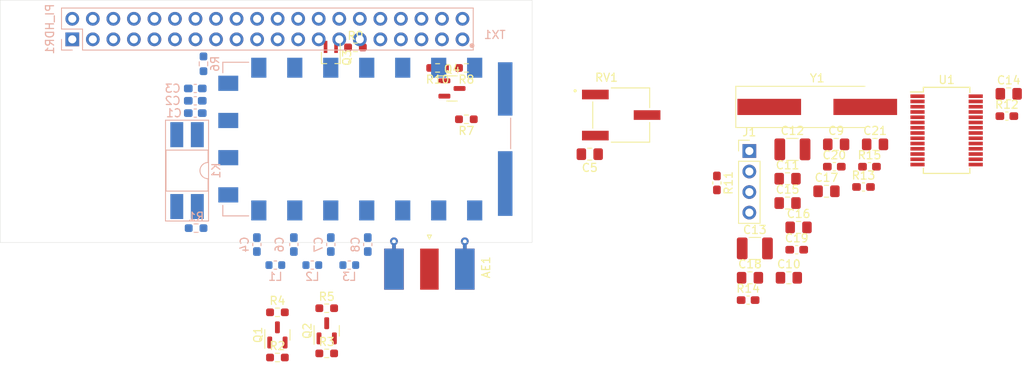
<source format=kicad_pcb>
(kicad_pcb (version 20211014) (generator pcbnew)
  (layers (0 "F.Cu" power "Front") (1 "In1.Cu" signal) (2 "In2.Cu" signal) (31 "B.Cu" power "Back") (34 "B.Paste" user) (35 "F.Paste" user) (36 "B.SilkS" user "B.Silkscreen") (37 "F.SilkS" user "F.Silkscreen") (38 "B.Mask" user) (39 "F.Mask" user) (44 "Edge.Cuts" user))
  (net 0 "")
  (net 1 "/SA868/RF_OUT_FILTERED")
  (net 2 "GND")
  (net 3 "5VC")
  (net 4 "/SA868/RF OUT")
  (net 5 "Net-(C5-Pad1)")
  (net 6 "/SA868/A_IN Filtered")
  (net 7 "Net-(C6-Pad1)")
  (net 8 "Net-(C7-Pad1)")
  (net 9 "Net-(C9-Pad1)")
  (net 10 "Net-(C10-Pad1)")
  (net 11 "/Sound Card/IN_Left")
  (net 12 "Net-(C11-Pad1)")
  (net 13 "/SA868/A_OUT")
  (net 14 "Net-(C12-Pad1)")
  (net 15 "Net-(C13-Pad1)")
  (net 16 "Net-(C14-Pad1)")
  (net 17 "Net-(C15-Pad1)")
  (net 18 "/Sound Card/OUT_Left")
  (net 19 "Net-(C16-Pad1)")
  (net 20 "/SA868/A_IN")
  (net 21 "Net-(C17-Pad1)")
  (net 22 "Net-(C18-Pad1)")
  (net 23 "Net-(C19-Pad1)")
  (net 24 "Net-(C20-Pad1)")
  (net 25 "Net-(C21-Pad1)")
  (net 26 "/Sound Card/V_BUS")
  (net 27 "/Sound Card/D-")
  (net 28 "/Sound Card/D+")
  (net 29 "Net-(K1-Pad1)")
  (net 30 "+5V")
  (net 31 "+3V3")
  (net 35 "/SA868/Radio UART RX")
  (net 36 "/SA868/Radio UART TX")
  (net 41 "/SA868/GPIO SQ")
  (net 42 "/SA868/GPIO PTT")
  (net 45 "/SA868/GPIO PWR_CTRL")
  (net 60 "+3.3V")
  (net 61 "/SA868/TXD 5V")
  (net 62 "/SA868/RXD 5V")
  (net 63 "Net-(Q3-Pad1)")
  (net 64 "/SA868/PTT")
  (net 65 "Net-(Q4-Pad1)")
  (net 66 "/SA868/PD")
  (net 67 "/SA868/SQ")
  (net 68 "Net-(R14-Pad2)")
  (net 76 "Net-(R13-Pad2)")
  (footprint "Capacitor_SMD:C_0805_2012Metric_Pad1.18x1.45mm_HandSolder" (layer "F.Cu") (at 155.703 43.235)
    (fp_text reference "C21" (at 0 -1.68) (layer "F.SilkS"))
    (fp_text value "1uF")
    (fp_line (start -0.261252 -0.735) (end 0.261252 -0.735) (layer "F.SilkS") (width 0.12))
    (fp_line (start -0.261252 0.735) (end 0.261252 0.735) (layer "F.SilkS") (width 0.12))
    (pad "1" smd roundrect (at -1.0375 0) (size 1.175 1.45) (layers "F.Cu" "F.Paste" "F.Mask") (roundrect_rratio 0.212766) (net 25 "Net-(C21-Pad1)"))
    (pad "2" smd roundrect (at 1.0375 0) (size 1.175 1.45) (layers "F.Cu" "F.Paste" "F.Mask") (roundrect_rratio 0.212766) (net 2 "GND"))
  )
  (footprint "Resistor_SMD:R_0603_1608Metric_Pad0.98x0.95mm_HandSolder" (layer "F.Cu") (at 105.156 40.132 180)
    (fp_text reference "R7" (at 0 -1.43) (layer "F.SilkS"))
    (fp_text value "100K")
    (fp_line (start -0.254724 0.5225) (end 0.254724 0.5225) (layer "F.SilkS") (width 0.12))
    (fp_line (start -0.254724 -0.5225) (end 0.254724 -0.5225) (layer "F.SilkS") (width 0.12))
    (pad "1" smd roundrect (at -0.9125 0 180) (size 0.975 0.95) (layers "F.Cu" "F.Paste" "F.Mask") (net 67 "/SA868/SQ"))
    (pad "2" smd roundrect (at 0.9125 0 180) (size 0.975 0.95) (layers "F.Cu" "F.Paste" "F.Mask") (net 65 "Net-(Q4-Pad1)"))
  )
  (footprint "Resistor_SMD:R_0603_1608Metric_Pad0.98x0.95mm_HandSolder" (layer "F.Cu") (at 101.6 33.782 180)
    (fp_text reference "R10" (at 0 -1.43) (layer "F.SilkS"))
    (fp_text value "1K")
    (fp_line (start -0.254724 -0.5225) (end 0.254724 -0.5225) (layer "F.SilkS") (width 0.12))
    (fp_line (start -0.254724 0.5225) (end 0.254724 0.5225) (layer "F.SilkS") (width 0.12))
    (pad "1" smd roundrect (at -0.9125 0 180) (size 0.975 0.95) (layers "F.Cu" "F.Paste" "F.Mask") (net 60 "+3.3V"))
    (pad "2" smd roundrect (at 0.9125 0 180) (size 0.975 0.95) (layers "F.Cu" "F.Paste" "F.Mask") (net 41 "/SA868/GPIO SQ"))
  )
  (footprint "Package_SO:SSOP-28_5.3x10.2mm_P0.65mm" (layer "F.Cu") (at 164.553 41.505)
    (fp_text reference "U1" (at 0 -6.25) (layer "F.SilkS"))
    (fp_text value "PCM2902C")
    (fp_line (start 2.875 5.325) (end 2.875 4.675) (layer "F.SilkS") (width 0.15))
    (fp_line (start -2.875 5.325) (end 2.875 5.325) (layer "F.SilkS") (width 0.15))
    (fp_line (start -2.875 -4.75) (end -4.475 -4.75) (layer "F.SilkS") (width 0.15))
    (fp_line (start -2.875 5.325) (end -2.875 4.675) (layer "F.SilkS") (width 0.15))
    (fp_line (start -2.875 -5.325) (end -2.875 -4.75) (layer "F.SilkS") (width 0.15))
    (fp_line (start -2.875 -5.325) (end 2.875 -5.325) (layer "F.SilkS") (width 0.15))
    (fp_line (start 2.875 -5.325) (end 2.875 -4.675) (layer "F.SilkS") (width 0.15))
    (pad "1" smd rect (at -3.6 -4.225) (size 1.75 0.45) (layers "F.Cu" "F.Paste" "F.Mask") (net 76 "Net-(R13-Pad2)"))
    (pad "2" smd rect (at -3.6 -3.575) (size 1.75 0.45) (layers "F.Cu" "F.Paste" "F.Mask") (net 68 "Net-(R14-Pad2)"))
    (pad "3" smd rect (at -3.6 -2.925) (size 1.75 0.45) (layers "F.Cu" "F.Paste" "F.Mask") (net 9 "Net-(C9-Pad1)"))
    (pad "4" smd rect (at -3.6 -2.275) (size 1.75 0.45) (layers "F.Cu" "F.Paste" "F.Mask") (net 2 "GND"))
    (pad "5" smd rect (at -3.6 -1.625) (size 1.75 0.45) (layers "F.Cu" "F.Paste" "F.Mask"))
    (pad "6" smd rect (at -3.6 -0.975) (size 1.75 0.45) (layers "F.Cu" "F.Paste" "F.Mask"))
    (pad "7" smd rect (at -3.6 -0.325) (size 1.75 0.45) (layers "F.Cu" "F.Paste" "F.Mask"))
    (pad "8" smd rect (at -3.6 0.325) (size 1.75 0.45) (layers "F.Cu" "F.Paste" "F.Mask") (net 21 "Net-(C17-Pad1)"))
    (pad "9" smd rect (at -3.6 0.975) (size 1.75 0.45) (layers "F.Cu" "F.Paste" "F.Mask") (net 21 "Net-(C17-Pad1)"))
    (pad "10" smd rect (at -3.6 1.625) (size 1.75 0.45) (layers "F.Cu" "F.Paste" "F.Mask") (net 14 "Net-(C12-Pad1)"))
    (pad "11" smd rect (at -3.6 2.275) (size 1.75 0.45) (layers "F.Cu" "F.Paste" "F.Mask") (net 2 "GND"))
    (pad "12" smd rect (at -3.6 2.925) (size 1.75 0.45) (layers "F.Cu" "F.Paste" "F.Mask") (net 10 "Net-(C10-Pad1)"))
    (pad "13" smd rect (at -3.6 3.575) (size 1.75 0.45) (layers "F.Cu" "F.Paste" "F.Mask") (net 12 "Net-(C11-Pad1)"))
    (pad "14" smd rect (at -3.6 4.225) (size 1.75 0.45) (layers "F.Cu" "F.Paste" "F.Mask") (net 15 "Net-(C13-Pad1)"))
    (pad "15" smd rect (at 3.6 4.225) (size 1.75 0.45) (layers "F.Cu" "F.Paste" "F.Mask") (net 19 "Net-(C16-Pad1)"))
    (pad "16" smd rect (at 3.6 3.575) (size 1.75 0.45) (layers "F.Cu" "F.Paste" "F.Mask") (net 17 "Net-(C15-Pad1)"))
    (pad "17" smd rect (at 3.6 2.925) (size 1.75 0.45) (layers "F.Cu" "F.Paste" "F.Mask") (net 16 "Net-(C14-Pad1)"))
    (pad "18" smd rect (at 3.6 2.275) (size 1.75 0.45) (layers "F.Cu" "F.Paste" "F.Mask") (net 2 "GND"))
    (pad "19" smd rect (at 3.6 1.625) (size 1.75 0.45) (layers "F.Cu" "F.Paste" "F.Mask") (net 25 "Net-(C21-Pad1)"))
    (pad "20" smd rect (at 3.6 0.975) (size 1.75 0.45) (layers "F.Cu" "F.Paste" "F.Mask") (net 24 "Net-(C20-Pad1)"))
    (pad "21" smd rect (at 3.6 0.325) (size 1.75 0.45) (layers "F.Cu" "F.Paste" "F.Mask") (net 23 "Net-(C19-Pad1)"))
    (pad "22" smd rect (at 3.6 -0.325) (size 1.75 0.45) (layers "F.Cu" "F.Paste" "F.Mask") (net 2 "GND"))
    (pad "23" smd rect (at 3.6 -0.975) (size 1.75 0.45) (layers "F.Cu" "F.Paste" "F.Mask") (net 22 "Net-(C18-Pad1)"))
    (pad "24" smd rect (at 3.6 -1.625) (size 1.75 0.45) (layers "F.Cu" "F.Paste" "F.Mask"))
    (pad "25" smd rect (at 3.6 -2.275) (size 1.75 0.45) (layers "F.Cu" "F.Paste" "F.Mask"))
    (pad "26" smd rect (at 3.6 -2.925) (size 1.75 0.45) (layers "F.Cu" "F.Paste" "F.Mask") (net 2 "GND"))
    (pad "27" smd rect (at 3.6 -3.575) (size 1.75 0.45) (layers "F.Cu" "F.Paste" "F.Mask") (net 21 "Net-(C17-Pad1)"))
    (pad "28" smd rect (at 3.6 -4.225) (size 1.75 0.45) (layers "F.Cu" "F.Paste" "F.Mask"))
  )
  (footprint "Resistor_SMD:R_0603_1608Metric_Pad0.98x0.95mm_HandSolder" (layer "F.Cu") (at 105.156 33.782 180)
    (fp_text reference "R8" (at 0 -1.43) (layer "F.SilkS"))
    (fp_text value "10k")
    (fp_line (start -0.254724 0.5225) (end 0.254724 0.5225) (layer "F.SilkS") (width 0.12))
    (fp_line (start -0.254724 -0.5225) (end 0.254724 -0.5225) (layer "F.SilkS") (width 0.12))
    (pad "1" smd roundrect (at -0.9125 0 180) (size 0.975 0.95) (layers "F.Cu" "F.Paste" "F.Mask") (net 42 "/SA868/GPIO PTT"))
    (pad "2" smd roundrect (at 0.9125 0 180) (size 0.975 0.95) (layers "F.Cu" "F.Paste" "F.Mask") (net 63 "Net-(Q3-Pad1)"))
  )
  (footprint "Resistor_SMD:R_0603_1608Metric_Pad0.98x0.95mm_HandSolder" (layer "F.Cu") (at 87.884 69.088)
    (fp_text reference "R3" (at 0 -1.43) (layer "F.SilkS"))
    (fp_text value "10k")
    (fp_line (start -0.254724 0.5225) (end 0.254724 0.5225) (layer "F.SilkS") (width 0.12))
    (fp_line (start -0.254724 -0.5225) (end 0.254724 -0.5225) (layer "F.SilkS") (width 0.12))
    (pad "1" smd roundrect (at -0.9125 0) (size 0.975 0.95) (layers "F.Cu" "F.Paste" "F.Mask") (net 60 "+3.3V"))
    (pad "2" smd roundrect (at 0.9125 0) (size 0.975 0.95) (layers "F.Cu" "F.Paste" "F.Mask") (net 35 "/SA868/Radio UART RX"))
  )
  (footprint "GFC-Footprints:TRIM_3361P-1-104GLF" (layer "F.Cu") (at 124.308 39.61)
    (fp_text reference "RV1" (at -1.825 -4.635) (layer "F.SilkS"))
    (fp_text value "100k")
    (fp_line (start 3.52 3.355) (end -1.23 3.355) (layer "F.SilkS") (width 0.127))
    (fp_line (start 3.52 0.915) (end 3.52 3.355) (layer "F.SilkS") (width 0.127))
    (fp_line (start 3.52 -3.355) (end -1.23 -3.355) (layer "F.SilkS") (width 0.127))
    (fp_line (start 3.52 -0.915) (end 3.52 -3.355) (layer "F.SilkS") (width 0.127))
    (fp_line (start -3.52 -1.625) (end -3.52 1.625) (layer "F.SilkS") (width 0.127))
    (fp_circle (center -5.7 -3) (end -5.6 -3) (layer "F.SilkS") (width 0.2) (fill none))
    (pad "1" smd rect (at -3.2 -2.54) (size 3.3 1.19) (layers "F.Cu" "F.Paste" "F.Mask") (net 2 "GND"))
    (pad "2" smd rect (at 3.2 0) (size 3.3 1.19) (layers "F.Cu" "F.Paste" "F.Mask") (net 20 "/SA868/A_IN"))
    (pad "3" smd rect (at -3.2 2.54) (size 3.3 1.19) (layers "F.Cu" "F.Paste" "F.Mask") (net 5 "Net-(C5-Pad1)"))
  )
  (footprint "Connector_Coaxial:SMA_Molex_73251-1153_EdgeMount_Horizontal" (layer "F.Cu") (at 100.584 56.948 90)
    (fp_text reference "AE1" (at -1.5 7 90) (layer "F.SilkS"))
    (fp_text value "Antenna_Shield")
    (fp_line (start 2.5 0.25) (end 2 0) (layer "F.SilkS") (width 0.12))
    (fp_line (start 2 0) (end 2.5 -0.25) (layer "F.SilkS") (width 0.12))
    (fp_line (start 2.5 -0.25) (end 2.5 0.25) (layer "F.SilkS") (width 0.12))
    (pad "1" smd rect (at -1.72 0 90) (size 5.08 2.29) (layers "F.Cu" "F.Paste" "F.Mask") (net 1 "/SA868/RF_OUT_FILTERED"))
    (pad "2" smd rect (at -1.72 -4.38 90) (size 5.08 2.42) (layers "F.Cu" "F.Paste" "F.Mask") (net 2 "GND"))
    (pad "2" smd rect (at 1.27 4.38 90) (size 0.95 0.46) (layers "B.Cu") (net 2 "GND"))
    (pad "2" smd rect (at 1.27 -4.38 90) (size 0.95 0.46) (layers "B.Cu") (net 2 "GND"))
    (pad "2" smd rect (at 1.27 4.38 90) (size 0.95 0.46) (layers "F.Cu") (net 2 "GND"))
    (pad "2" thru_hole circle (at 1.72 4.38 90) (size 0.97 0.97) (drill 0.46) (layers *.Cu) (net 2 "GND"))
    (pad "2" smd rect (at -1.72 -4.38 90) (size 5.08 2.42) (layers "B.Cu" "B.Paste" "B.Mask") (net 2 "GND"))
    (pad "2" smd rect (at -1.72 4.38 90) (size 5.08 2.42) (layers "F.Cu" "F.Paste" "F.Mask") (net 2 "GND"))
    (pad "2" thru_hole circle (at 1.72 -4.38 90) (size 0.97 0.97) (drill 0.46) (layers *.Cu) (net 2 "GND"))
    (pad "2" smd rect (at 1.27 -4.38 90) (size 0.95 0.46) (layers "F.Cu") (net 2 "GND"))
    (pad "2" smd rect (at -1.72 4.38 90) (size 5.08 2.42) (layers "B.Cu" "B.Paste" "B.Mask") (net 2 "GND"))
  )
  (footprint "Capacitor_SMD:C_0805_2012Metric_Pad1.18x1.45mm_HandSolder" (layer "F.Cu") (at 144.883 47.485)
    (fp_text reference "C11" (at 0 -1.68) (layer "F.SilkS"))
    (fp_text value "1uF")
    (fp_line (start -0.261252 0.735) (end 0.261252 0.735) (layer "F.SilkS") (width 0.12))
    (fp_line (start -0.261252 -0.735) (end 0.261252 -0.735) (layer "F.SilkS") (width 0.12))
    (pad "1" smd roundrect (at -1.0375 0) (size 1.175 1.45) (layers "F.Cu" "F.Paste" "F.Mask") (roundrect_rratio 0.212766) (net 12 "Net-(C11-Pad1)"))
    (pad "2" smd roundrect (at 1.0375 0) (size 1.175 1.45) (layers "F.Cu" "F.Paste" "F.Mask") (roundrect_rratio 0.212766) (net 13 "/SA868/A_OUT"))
  )
  (footprint "Capacitor_SMD:C_0805_2012Metric_Pad1.18x1.45mm_HandSolder" (layer "F.Cu") (at 144.883 50.495)
    (fp_text reference "C15" (at 0 -1.68) (layer "F.SilkS"))
    (fp_text value "1uF")
    (fp_line (start -0.261252 -0.735) (end 0.261252 -0.735) (layer "F.SilkS") (width 0.12))
    (fp_line (start -0.261252 0.735) (end 0.261252 0.735) (layer "F.SilkS") (width 0.12))
    (pad "1" smd roundrect (at -1.0375 0) (size 1.175 1.45) (layers "F.Cu" "F.Paste" "F.Mask") (roundrect_rratio 0.212766) (net 17 "Net-(C15-Pad1)"))
    (pad "2" smd roundrect (at 1.0375 0) (size 1.175 1.45) (layers "F.Cu" "F.Paste" "F.Mask") (roundrect_rratio 0.212766) (net 18 "/Sound Card/OUT_Left"))
  )
  (footprint "Capacitor_SMD:C_0805_2012Metric_Pad1.18x1.45mm_HandSolder" (layer "F.Cu") (at 172.233 36.985)
    (fp_text reference "C14" (at 0 -1.68) (layer "F.SilkS"))
    (fp_text value "1uF")
    (fp_line (start -0.261252 0.735) (end 0.261252 0.735) (layer "F.SilkS") (width 0.12))
    (fp_line (start -0.261252 -0.735) (end 0.261252 -0.735) (layer "F.SilkS") (width 0.12))
    (pad "1" smd roundrect (at -1.0375 0) (size 1.175 1.45) (layers "F.Cu" "F.Paste" "F.Mask") (roundrect_rratio 0.212766) (net 16 "Net-(C14-Pad1)"))
    (pad "2" smd roundrect (at 1.0375 0) (size 1.175 1.45) (layers "F.Cu" "F.Paste" "F.Mask") (roundrect_rratio 0.212766) (net 2 "GND"))
  )
  (footprint "Capacitor_SMD:C_0805_2012Metric_Pad1.18x1.45mm_HandSolder" (layer "F.Cu") (at 140.233 59.735)
    (fp_text reference "C18" (at 0 -1.68) (layer "F.SilkS"))
    (fp_text value "1uF")
    (fp_line (start -0.261252 0.735) (end 0.261252 0.735) (layer "F.SilkS") (width 0.12))
    (fp_line (start -0.261252 -0.735) (end 0.261252 -0.735) (layer "F.SilkS") (width 0.12))
    (pad "1" smd roundrect (at -1.0375 0) (size 1.175 1.45) (layers "F.Cu" "F.Paste" "F.Mask") (roundrect_rratio 0.212766) (net 22 "Net-(C18-Pad1)"))
    (pad "2" smd roundrect (at 1.0375 0) (size 1.175 1.45) (layers "F.Cu" "F.Paste" "F.Mask") (roundrect_rratio 0.212766) (net 2 "GND"))
  )
  (footprint "Resistor_SMD:R_0603_1608Metric_Pad0.98x0.95mm_HandSolder" (layer "F.Cu") (at 87.884 63.5)
    (fp_text reference "R5" (at 0 -1.43) (layer "F.SilkS"))
    (fp_text value "10k")
    (fp_line (start -0.254724 -0.5225) (end 0.254724 -0.5225) (layer "F.SilkS") (width 0.12))
    (fp_line (start -0.254724 0.5225) (end 0.254724 0.5225) (layer "F.SilkS") (width 0.12))
    (pad "1" smd roundrect (at -0.9125 0) (size 0.975 0.95) (layers "F.Cu" "F.Paste" "F.Mask") (net 3 "5VC"))
    (pad "2" smd roundrect (at 0.9125 0) (size 0.975 0.95) (layers "F.Cu" "F.Paste" "F.Mask") (net 62 "/SA868/RXD 5V"))
  )
  (footprint "Package_TO_SOT_SMD:SOT-23" (layer "F.Cu") (at 103.378 36.322)
    (fp_text reference "Q4" (at 0 -2.4) (layer "F.SilkS"))
    (fp_text value "Q_NPN_BCE")
    (fp_line (start 0 -1.56) (end 0.65 -1.56) (layer "F.SilkS") (width 0.12))
    (fp_line (start 0 1.56) (end -0.65 1.56) (layer "F.SilkS") (width 0.12))
    (fp_line (start 0 1.56) (end 0.65 1.56) (layer "F.SilkS") (width 0.12))
    (fp_line (start 0 -1.56) (end -1.675 -1.56) (layer "F.SilkS") (width 0.12))
    (pad "1" smd roundrect (at -0.9375 -0.95) (size 1.475 0.6) (layers "F.Cu" "F.Paste" "F.Mask") (net 65 "Net-(Q4-Pad1)"))
    (pad "2" smd roundrect (at -0.9375 0.95) (size 1.475 0.6) (layers "F.Cu" "F.Paste" "F.Mask") (net 41 "/SA868/GPIO SQ"))
    (pad "3" smd roundrect (at 0.9375 0) (size 1.475 0.6) (layers "F.Cu" "F.Paste" "F.Mask") (net 2 "GND"))
  )
  (footprint "Resistor_SMD:R_0603_1608Metric_Pad0.98x0.95mm_HandSolder" (layer "F.Cu") (at 81.788 64.008)
    (fp_text reference "R4" (at 0 -1.43) (layer "F.SilkS"))
    (fp_text value "10k")
    (fp_line (start -0.254724 -0.5225) (end 0.254724 -0.5225) (layer "F.SilkS") (width 0.12))
    (fp_line (start -0.254724 0.5225) (end 0.254724 0.5225) (layer "F.SilkS") (width 0.12))
    (pad "1" smd roundrect (at -0.9125 0) (size 0.975 0.95) (layers "F.Cu" "F.Paste" "F.Mask") (net 3 "5VC"))
    (pad "2" smd roundrect (at 0.9125 0) (size 0.975 0.95) (layers "F.Cu" "F.Paste" "F.Mask") (net 61 "/SA868/TXD 5V"))
  )
  (footprint "Capacitor_SMD:C_0805_2012Metric_Pad1.18x1.45mm_HandSolder" (layer "F.Cu") (at 120.4175 44.45 180)
    (fp_text reference "C5" (at 0 -1.68) (layer "F.SilkS"))
    (fp_text value "1uF")
    (fp_line (start -0.261252 0.735) (end 0.261252 0.735) (layer "F.SilkS") (width 0.12))
    (fp_line (start -0.261252 -0.735) (end 0.261252 -0.735) (layer "F.SilkS") (width 0.12))
    (pad "1" smd roundrect (at -1.0375 0 180) (size 1.175 1.45) (layers "F.Cu" "F.Paste" "F.Mask") (roundrect_rratio 0.212766) (net 5 "Net-(C5-Pad1)"))
    (pad "2" smd roundrect (at 1.0375 0 180) (size 1.175 1.45) (layers "F.Cu" "F.Paste" "F.Mask") (roundrect_rratio 0.212766) (net 6 "/SA868/A_IN Filtered"))
  )
  (footprint "Package_TO_SOT_SMD:SOT-23" (layer "F.Cu") (at 87.884 66.294 90)
    (fp_text reference "Q2" (at 0 -2.4 90) (layer "F.SilkS"))
    (fp_text value "BSS138")
    (fp_line (start 0 -1.56) (end 0.65 -1.56) (layer "F.SilkS") (width 0.12))
    (fp_line (start 0 -1.56) (end -1.675 -1.56) (layer "F.SilkS") (width 0.12))
    (fp_line (start 0 1.56) (end -0.65 1.56) (layer "F.SilkS") (width 0.12))
    (fp_line (start 0 1.56) (end 0.65 1.56) (layer "F.SilkS") (width 0.12))
    (pad "1" smd roundrect (at -0.9375 -0.95 90) (size 1.475 0.6) (layers "F.Cu" "F.Paste" "F.Mask") (net 60 "+3.3V"))
    (pad "2" smd roundrect (at -0.9375 0.95 90) (size 1.475 0.6) (layers "F.Cu" "F.Paste" "F.Mask") (net 35 "/SA868/Radio UART RX"))
    (pad "3" smd roundrect (at 0.9375 0 90) (size 1.475 0.6) (layers "F.Cu" "F.Paste" "F.Mask") (net 62 "/SA868/RXD 5V"))
  )
  (footprint "Resistor_SMD:R_0603_1608Metric_Pad0.98x0.95mm_HandSolder" (layer "F.Cu") (at 81.788 69.596)
    (fp_text reference "R2" (at 0 -1.43) (layer "F.SilkS"))
    (fp_text value "10k")
    (fp_line (start -0.254724 0.5225) (end 0.254724 0.5225) (layer "F.SilkS") (width 0.12))
    (fp_line (start -0.254724 -0.5225) (end 0.254724 -0.5225) (layer "F.SilkS") (width 0.12))
    (pad "1" smd roundrect (at -0.9125 0) (size 0.975 0.95) (layers "F.Cu" "F.Paste" "F.Mask") (net 60 "+3.3V"))
    (pad "2" smd roundrect (at 0.9125 0) (size 0.975 0.95) (layers "F.Cu" "F.Paste" "F.Mask") (net 36 "/SA868/Radio UART TX"))
  )
  (footprint "Crystal:Crystal_SMD_HC49-SD_HandSoldering" (layer "F.Cu") (at 148.553 38.605)
    (fp_text reference "Y1" (at 0 -3.55) (layer "F.SilkS"))
    (fp_text value "12MHz")
    (fp_line (start -10.075 2.55) (end 5.9 2.55) (layer "F.SilkS") (width 0.12))
    (fp_line (start 5.9 -2.55) (end -10.075 -2.55) (layer "F.SilkS") (width 0.12))
    (fp_line (start -10.075 -2.55) (end -10.075 2.55) (layer "F.SilkS") (width 0.12))
    (pad "1" smd rect (at -5.9375 0) (size 7.875 2) (layers "F.Cu" "F.Paste" "F.Mask") (net 24 "Net-(C20-Pad1)"))
    (pad "2" smd rect (at 5.9375 0) (size 7.875 2) (layers "F.Cu" "F.Paste" "F.Mask") (net 23 "Net-(C19-Pad1)"))
  )
  (footprint "Capacitor_SMD:C_0603_1608Metric_Pad1.08x0.95mm_HandSolder" (layer "F.Cu") (at 150.663 45.995)
    (fp_text reference "C20" (at 0 -1.43) (layer "F.SilkS"))
    (fp_text value "10pF")
    (fp_line (start -0.146267 0.51) (end 0.146267 0.51) (layer "F.SilkS") (width 0.12))
    (fp_line (start -0.146267 -0.51) (end 0.146267 -0.51) (layer "F.SilkS") (width 0.12))
    (pad "1" smd roundrect (at -0.8625 0) (size 1.075 0.95) (layers "F.Cu" "F.Paste" "F.Mask") (net 24 "Net-(C20-Pad1)"))
    (pad "2" smd roundrect (at 0.8625 0) (size 1.075 0.95) (layers "F.Cu" "F.Paste" "F.Mask") (net 2 "GND"))
  )
  (footprint "Connector_PinHeader_2.54mm:PinHeader_1x04_P2.54mm_Vertical" (layer "F.Cu") (at 140.153 44.055)
    (fp_text reference "J1" (at 0 -2.33) (layer "F.SilkS"))
    (fp_text value "USB")
    (fp_line (start -1.33 1.27) (end 1.33 1.27) (layer "F.SilkS") (width 0.12))
    (fp_line (start -1.33 0) (end -1.33 -1.33) (layer "F.SilkS") (width 0.12))
    (fp_line (start 1.33 1.27) (end 1.33 8.95) (layer "F.SilkS") (width 0.12))
    (fp_line (start -1.33 1.27) (end -1.33 8.95) (layer "F.SilkS") (width 0.12))
    (fp_line (start -1.33 -1.33) (end 0 -1.33) (layer "F.SilkS") (width 0.12))
    (fp_line (start -1.33 8.95) (end 1.33 8.95) (layer "F.SilkS") (width 0.12))
    (pad "1" thru_hole rect (at 0 0) (size 1.7 1.7) (drill 1) (layers *.Cu *.Mask) (net 26 "/Sound Card/V_BUS"))
    (pad "2" thru_hole oval (at 0 2.54) (size 1.7 1.7) (drill 1) (layers *.Cu *.Mask) (net 27 "/Sound Card/D-"))
    (pad "3" thru_hole oval (at 0 5.08) (size 1.7 1.7) (drill 1) (layers *.Cu *.Mask) (net 28 "/Sound Card/D+"))
    (pad "4" thru_hole oval (at 0 7.62) (size 1.7 1.7) (drill 1) (layers *.Cu *.Mask) (net 2 "GND"))
  )
  (footprint "Capacitor_SMD:C_0805_2012Metric_Pad1.18x1.45mm_HandSolder" (layer "F.Cu") (at 146.243 53.505)
    (fp_text reference "C16" (at 0 -1.68) (layer "F.SilkS"))
    (fp_text value "1uF")
    (fp_line (start -0.261252 0.735) (end 0.261252 0.735) (layer "F.SilkS") (width 0.12))
    (fp_line (start -0.261252 -0.735) (end 0.261252 -0.735) (layer "F.SilkS") (width 0.12))
    (pad "1" smd roundrect (at -1.0375 0) (size 1.175 1.45) (layers "F.Cu" "F.Paste" "F.Mask") (roundrect_rratio 0.212766) (net 19 "Net-(C16-Pad1)"))
    (pad "2" smd roundrect (at 1.0375 0) (size 1.175 1.45) (layers "F.Cu" "F.Paste" "F.Mask") (roundrect_rratio 0.212766) (net 20 "/SA868/A_IN"))
  )
  (footprint "Capacitor_SMD:C_0603_1608Metric_Pad1.08x0.95mm_HandSolder" (layer "F.Cu") (at 146.013 56.265)
    (fp_text reference "C19" (at 0 -1.43) (layer "F.SilkS"))
    (fp_text value "10pF")
    (fp_line (start -0.146267 -0.51) (end 0.146267 -0.51) (layer "F.SilkS") (width 0.12))
    (fp_line (start -0.146267 0.51) (end 0.146267 0.51) (layer "F.SilkS") (width 0.12))
    (pad "1" smd roundrect (at -0.8625 0) (size 1.075 0.95) (layers "F.Cu" "F.Paste" "F.Mask") (net 23 "Net-(C19-Pad1)"))
    (pad "2" smd roundrect (at 0.8625 0) (size 1.075 0.95) (layers "F.Cu" "F.Paste" "F.Mask") (net 2 "GND"))
  )
  (footprint "Capacitor_SMD:C_0603_1608Metric_Pad1.08x0.95mm_HandSolder" (layer "F.Cu") (at 172.003 39.745)
    (fp_text reference "R12" (at 0 -1.43) (layer "F.SilkS"))
    (fp_text value "1.5k")
    (fp_line (start -0.146267 -0.51) (end 0.146267 -0.51) (layer "F.SilkS") (width 0.12))
    (fp_line (start -0.146267 0.51) (end 0.146267 0.51) (layer "F.SilkS") (width 0.12))
    (pad "1" smd roundrect (at -0.8625 0) (size 1.075 0.95) (layers "F.Cu" "F.Paste" "F.Mask") (net 21 "Net-(C17-Pad1)"))
    (pad "2" smd roundrect (at 0.8625 0) (size 1.075 0.95) (layers "F.Cu" "F.Paste" "F.Mask") (net 28 "/Sound Card/D+"))
  )
  (footprint "Capacitor_SMD:C_0805_2012Metric_Pad1.18x1.45mm_HandSolder" (layer "F.Cu") (at 149.693 49.035)
    (fp_text reference "C17" (at 0 -1.68) (layer "F.SilkS"))
    (fp_text value "1uF")
    (fp_line (start -0.261252 -0.735) (end 0.261252 -0.735) (layer "F.SilkS") (width 0.12))
    (fp_line (start -0.261252 0.735) (end 0.261252 0.735) (layer "F.SilkS") (width 0.12))
    (pad "1" smd roundrect (at -1.0375 0) (size 1.175 1.45) (layers "F.Cu" "F.Paste" "F.Mask") (roundrect_rratio 0.212766) (net 21 "Net-(C17-Pad1)"))
    (pad "2" smd roundrect (at 1.0375 0) (size 1.175 1.45) (layers "F.Cu" "F.Paste" "F.Mask") (roundrect_rratio 0.212766) (net 2 "GND"))
  )
  (footprint "Capacitor_SMD:C_0805_2012Metric_Pad1.18x1.45mm_HandSolder" (layer "F.Cu") (at 150.893 43.235)
    (fp_text reference "C9" (at 0 -1.68) (layer "F.SilkS"))
    (fp_text value "1uF")
    (fp_line (start -0.261252 -0.735) (end 0.261252 -0.735) (layer "F.SilkS") (width 0.12))
    (fp_line (start -0.261252 0.735) (end 0.261252 0.735) (layer "F.SilkS") (width 0.12))
    (pad "1" smd roundrect (at -1.0375 0) (size 1.175 1.45) (layers "F.Cu" "F.Paste" "F.Mask") (roundrect_rratio 0.212766) (net 9 "Net-(C9-Pad1)"))
    (pad "2" smd roundrect (at 1.0375 0) (size 1.175 1.45) (layers "F.Cu" "F.Paste" "F.Mask") (roundrect_rratio 0.212766) (net 2 "GND"))
  )
  (footprint "Capacitor_SMD:C_0603_1608Metric_Pad1.08x0.95mm_HandSolder" (layer "F.Cu") (at 154.273 48.505)
    (fp_text reference "R13" (at 0 -1.43) (layer "F.SilkS"))
    (fp_text value "22")
    (fp_line (start -0.146267 -0.51) (end 0.146267 -0.51) (layer "F.SilkS") (width 0.12))
    (fp_line (start -0.146267 0.51) (end 0.146267 0.51) (layer "F.SilkS") (width 0.12))
    (pad "1" smd roundrect (at -0.8625 0) (size 1.075 0.95) (layers "F.Cu" "F.Paste" "F.Mask") (net 28 "/Sound Card/D+"))
    (pad "2" smd roundrect (at 0.8625 0) (size 1.075 0.95) (layers "F.Cu" "F.Paste" "F.Mask") (net 76 "Net-(R13-Pad2)"))
  )
  (footprint "Capacitor_SMD:C_1210_3225Metric_Pad1.33x2.70mm_HandSolder" (layer "F.Cu") (at 140.833 56.105)
    (fp_text reference "C13" (at 0 -2.3) (layer "F.SilkS"))
    (fp_text value "10uF")
    (fp_line (start -0.711252 1.36) (end 0.711252 1.36) (layer "F.SilkS") (width 0.12))
    (fp_line (start -0.711252 -1.36) (end 0.711252 -1.36) (layer "F.SilkS") (width 0.12))
    (pad "1" smd roundrect (at -1.5625 0) (size 1.325 2.7) (layers "F.Cu" "F.Paste" "F.Mask") (roundrect_rratio 0.188679) (net 15 "Net-(C13-Pad1)"))
    (pad "2" smd roundrect (at 1.5625 0) (size 1.325 2.7) (layers "F.Cu" "F.Paste" "F.Mask") (roundrect_rratio 0.188679) (net 2 "GND"))
  )
  (footprint "Capacitor_SMD:C_0603_1608Metric_Pad1.08x0.95mm_HandSolder" (layer "F.Cu") (at 136.144 48.006 -90)
    (fp_text reference "R11" (at 0 -1.43 -90) (layer "F.SilkS"))
    (fp_text value "2.2")
    (fp_line (start -0.146267 0.51) (end 0.146267 0.51) (layer "F.SilkS") (width 0.12))
    (fp_line (start -0.146267 -0.51) (end 0.146267 -0.51) (layer "F.SilkS") (width 0.12))
    (pad "1" smd roundrect (at -0.8625 0 270) (size 1.075 0.95) (layers "F.Cu" "F.Paste" "F.Mask") (net 26 "/Sound Card/V_BUS"))
    (pad "2" smd roundrect (at 0.8625 0 270) (size 1.075 0.95) (layers "F.Cu" "F.Paste" "F.Mask") (net 9 "Net-(C9-Pad1)"))
  )
  (footprint "Capacitor_SMD:C_0805_2012Metric_Pad1.18x1.45mm_HandSolder" (layer "F.Cu") (at 145.043 59.735)
    (fp_text reference "C10" (at 0 -1.68) (layer "F.SilkS"))
    (fp_text value "1uF")
    (fp_line (start -0.261252 0.735) (end 0.261252 0.735) (layer "F.SilkS") (width 0.12))
    (fp_line (start -0.261252 -0.735) (end 0.261252 -0.735) (layer "F.SilkS") (width 0.12))
    (pad "1" smd roundrect (at -1.0375 0) (size 1.175 1.45) (layers "F.Cu" "F.Paste" "F.Mask") (roundrect_rratio 0.212766) (net 10 "Net-(C10-Pad1)"))
    (pad "2" smd roundrect (at 1.0375 0) (size 1.175 1.45) (layers "F.Cu" "F.Paste" "F.Mask") (roundrect_rratio 0.212766) (net 11 "/Sound Card/IN_Left"))
  )
  (footprint "Resistor_SMD:R_0603_1608Metric_Pad0.98x0.95mm_HandSolder" (layer "F.Cu") (at 91.44 31.242)
    (fp_text reference "R9" (at 0 -1.43) (layer "F.SilkS"))
    (fp_text value "56K")
    (fp_line (start -0.254724 0.5225) (end 0.254724 0.5225) (layer "F.SilkS") (width 0.12))
    (fp_line (start -0.254724 -0.5225) (end 0.254724 -0.5225) (layer "F.SilkS") (width 0.12))
    (pad "1" smd roundrect (at -0.9125 0) (size 0.975 0.95) (layers "F.Cu" "F.Paste" "F.Mask") (net 65 "Net-(Q4-Pad1)"))
    (pad "2" smd roundrect (at 0.9125 0) (size 0.975 0.95) (layers "F.Cu" "F.Paste" "F.Mask") (net 2 "GND"))
  )
  (footprint "Package_TO_SOT_SMD:SOT-23" (layer "F.Cu") (at 81.788 66.802 90)
    (fp_text reference "Q1" (at 0 -2.4 90) (layer "F.SilkS"))
    (fp_text value "BSS138")
    (fp_line (start 0 -1.56) (end -1.675 -1.56) (layer "F.SilkS") (width 0.12))
    (fp_line (start 0 1.56) (end 0.65 1.56) (layer "F.SilkS") (width 0.12))
    (fp_line (start 0 1.56) (end -0.65 1.56) (layer "F.SilkS") (width 0.12))
    (fp_line (start 0 -1.56) (end 0.65 -1.56) (layer "F.SilkS") (width 0.12))
    (pad "1" smd roundrect (at -0.9375 -0.95 90) (size 1.475 0.6) (layers "F.Cu" "F.Paste" "F.Mask") (net 60 "+3.3V"))
    (pad "2" smd roundrect (at -0.9375 0.95 90) (size 1.475 0.6) (layers "F.Cu" "F.Paste" "F.Mask") (net 36 "/SA868/Radio UART TX"))
    (pad "3" smd roundrect (at 0.9375 0 90) (size 1.475 0.6) (layers "F.Cu" "F.Paste" "F.Mask") (net 61 "/SA868/TXD 5V"))
  )
  (footprint "Package_TO_SOT_SMD:SOT-323_SC-70_Handsoldering" (layer "F.Cu") (at 88.392 32.512 -90)
    (fp_text reference "Q3" (at 0 -2 90) (layer "F.SilkS"))
    (fp_text value "DMN67D8LW-13")
    (fp_line (start 0.735 0.5) (end 0.735 1.16) (layer "F.SilkS") (width 0.12))
    (fp_line (start -0.675 1.16) (end 0.735 1.16) (layer "F.SilkS") (width 0.12))
    (fp_line (start 0.735 -1.16) (end -2 -1.16) (layer "F.SilkS") (width 0.12))
    (fp_line (start 0.735 -1.17) (end 0.735 -0.5) (layer "F.SilkS") (width 0.12))
    (pad "1" smd rect (at -1.33 -0.65 180) (size 0.45 1.5) (layers "F.Cu" "F.Paste" "F.Mask") (net 63 "Net-(Q3-Pad1)"))
    (pad "2" smd rect (at -1.33 0.65 180) (size 0.45 1.5) (layers "F.Cu" "F.Paste" "F.Mask") (net 2 "GND"))
    (pad "3" smd rect (at 1.33 0 180) (size 0.45 1.5) (layers "F.Cu" "F.Paste" "F.Mask") (net 64 "/SA868/PTT"))
  )
  (footprint "Capacitor_SMD:C_0603_1608Metric_Pad1.08x0.95mm_HandSolder" (layer "F.Cu") (at 140.003 62.495)
    (fp_text reference "R14" (at 0 -1.43) (layer "F.SilkS"))
    (fp_text value "22")
    (fp_line (start -0.146267 0.51) (end 0.146267 0.51) (layer "F.SilkS") (width 0.12))
    (fp_line (start -0.146267 -0.51) (end 0.146267 -0.51) (layer "F.SilkS") (width 0.12))
    (pad "1" smd roundrect (at -0.8625 0) (size 1.075 0.95) (layers "F.Cu" "F.Paste" "F.Mask") (net 27 "/Sound Card/D-"))
    (pad "2" smd roundrect (at 0.8625 0) (size 1.075 0.95) (layers "F.Cu" "F.Paste" "F.Mask") (net 68 "Net-(R14-Pad2)"))
  )
  (footprint "Capacitor_SMD:C_1210_3225Metric_Pad1.33x2.70mm_HandSolder" (layer "F.Cu") (at 145.483 43.855)
    (fp_text reference "C12" (at 0 -2.3) (layer "F.SilkS"))
    (fp_text value "10uF")
    (fp_line (start -0.711252 1.36) (end 0.711252 1.36) (layer "F.SilkS") (width 0.12))
    (fp_line (start -0.711252 -1.36) (end 0.711252 -1.36) (layer "F.SilkS") (width 0.12))
    (pad "1" smd roundrect (at -1.5625 0) (size 1.325 2.7) (layers "F.Cu" "F.Paste" "F.Mask") (roundrect_rratio 0.188679) (net 14 "Net-(C12-Pad1)"))
    (pad "2" smd roundrect (at 1.5625 0) (size 1.325 2.7) (layers "F.Cu" "F.Paste" "F.Mask") (roundrect_rratio 0.188679) (net 2 "GND"))
  )
  (footprint "Capacitor_SMD:C_0603_1608Metric_Pad1.08x0.95mm_HandSolder" (layer "F.Cu") (at 155.013 45.995)
    (fp_text reference "R15" (at 0 -1.43) (layer "F.SilkS"))
    (fp_text value "1M")
    (fp_line (start -0.146267 0.51) (end 0.146267 0.51) (layer "F.SilkS") (width 0.12))
    (fp_line (start -0.146267 -0.51) (end 0.146267 -0.51) (layer "F.SilkS") (width 0.12))
    (pad "1" smd roundrect (at -0.8625 0) (size 1.075 0.95) (layers "F.Cu" "F.Paste" "F.Mask") (net 24 "Net-(C20-Pad1)"))
    (pad "2" smd roundrect (at 0.8625 0) (size 1.075 0.95) (layers "F.Cu" "F.Paste" "F.Mask") (net 23 "Net-(C19-Pad1)"))
  )
  (footprint "Resistor_SMD:R_0603_1608Metric_Pad0.98x0.95mm_HandSolder" (layer "B.Cu") (at 72.644 33.274 90)
    (fp_text reference "R6" (at 0 1.43 90) (layer "B.SilkS") (effects (justify mirror)))
    (fp_text value "10K")
    (fp_line (start -0.254724 0.5225) (end 0.254724 0.5225) (layer "B.SilkS") (width 0.12))
    (fp_line (start -0.254724 -0.5225) (end 0.254724 -0.5225) (layer "B.SilkS") (width 0.12))
    (pad "1" smd roundrect (at -0.9125 0 90) (size 0.975 0.95) (layers "B.Cu" "B.Paste" "B.Mask") (net 3 "5VC"))
    (pad "2" smd roundrect (at 0.9125 0 90) (size 0.975 0.95) (layers "B.Cu" "B.Paste" "B.Mask") (net 66 "/SA868/PD"))
  )
  (footprint "Inductor_SMD:L_0603_1608Metric" (layer "B.Cu") (at 90.678 58.166)
    (fp_text reference "L3" (at 0 1.43) (layer "B.SilkS") (effects (justify mirror)))
    (fp_text value "56nH")
    (fp_line (start -0.162779 -0.51) (end 0.162779 -0.51) (layer "B.SilkS") (width 0.12))
    (fp_line (start -0.162779 0.51) (end 0.162779 0.51) (layer "B.SilkS") (width 0.12))
    (pad "1" smd roundrect (at -0.7875 0) (size 0.875 0.95) (layers "B.Cu" "B.Paste" "B.Mask") (net 8 "Net-(C7-Pad1)"))
    (pad "2" smd roundrect (at 0.7875 0) (size 0.875 0.95) (layers "B.Cu" "B.Paste" "B.Mask") (net 1 "/SA868/RF_OUT_FILTERED"))
  )
  (footprint "GFC-Footprints:DORJI_DRA818V" (layer "B.Cu") (at 92.835 42.5815 180)
    (fp_text reference "TX1" (at -15.83525 12.89331) (layer "B.SilkS") (effects (font (size 1.000646 1.000646)) (justify mirror)))
    (fp_text value "SA868")
    (fp_line (start 17.8 9.5) (end 17.8 8.2) (layer "B.SilkS") (width 0.127))
    (fp_line (start -17.8 2.6) (end -17.8 -1.2) (layer "B.SilkS") (width 0.127))
    (fp_line (start 17.8 -9.5) (end 14.6 -9.5) (layer "B.SilkS") (width 0.127))
    (fp_line (start 17.8 -8.2) (end 17.8 -9.5) (layer "B.SilkS") (width 0.127))
    (fp_line (start 14.6 9.5) (end 17.8 9.5) (layer "B.SilkS") (width 0.127))
    (fp_circle (center -13.02 11.56) (end -12.87 11.56) (layer "B.SilkS") (width 0.3) (fill none))
    (pad "1" smd rect (at -13.35 8.825 90) (size 2.47 1.88) (layers "B.Cu" "B.Paste" "B.Mask") (net 67 "/SA868/SQ"))
    (pad "2" smd rect (at -8.9 8.825 90) (size 2.47 1.88) (layers "B.Cu" "B.Paste" "B.Mask"))
    (pad "3" smd rect (at -4.45 8.825 90) (size 2.47 1.88) (layers "B.Cu" "B.Paste" "B.Mask") (net 13 "/SA868/A_OUT"))
    (pad "4" smd rect (at 0 8.825 90) (size 2.47 1.88) (layers "B.Cu" "B.Paste" "B.Mask"))
    (pad "5" smd rect (at 4.45 8.825 90) (size 2.47 1.88) (layers "B.Cu" "B.Paste" "B.Mask") (net 64 "/SA868/PTT"))
    (pad "6" smd rect (at 8.9 8.825 90) (size 2.47 1.88) (layers "B.Cu" "B.Paste" "B.Mask") (net 66 "/SA868/PD"))
    (pad "7" smd rect (at 13.35 8.825 90) (size 2.47 1.88) (layers "B.Cu" "B.Paste" "B.Mask"))
    (pad "8" smd rect (at 17.125 6.9 180) (size 2.47 1.88) (layers "B.Cu" "B.Paste" "B.Mask") (net 3 "5VC"))
    (pad "9" smd rect (at 17.125 2.3 180) (size 2.47 1.88) (layers "B.Cu" "B.Paste" "B.Mask") (net 2 "GND"))
    (pad "10" smd rect (at 17.125 -2.3 180) (size 2.47 1.88) (layers "B.Cu" "B.Paste" "B.Mask") (net 2 "GND"))
    (pad "11" smd rect (at 17.125 -6.9 180) (size 2.47 1.88) (layers "B.Cu" "B.Paste" "B.Mask"))
    (pad "12" smd rect (at 13.35 -8.825 270) (size 2.47 1.88) (layers "B.Cu" "B.Paste" "B.Mask") (net 4 "/SA868/RF OUT"))
    (pad "13" smd rect (at 8.9 -8.825 270) (size 2.47 1.88) (layers "B.Cu" "B.Paste" "B.Mask"))
    (pad "14" smd rect (at 4.45 -8.825 90) (size 2.47 1.88) (layers "B.Cu" "B.Paste" "B.Mask"))
    (pad "15" smd rect (at 0 -8.825 90) (size 2.47 1.88) (layers "B.Cu" "B.Paste" "B.Mask"))
    (pad "16" smd rect (at -4.45 -8.825 90) (size 2.47 1.88) (layers "B.Cu" "B.Paste" "B.Mask") (net 62 "/SA868/RXD 5V"))
    (pad "17" smd rect (at -8.9 -8.825 90) (size 2.47 1.88) (layers "B.Cu" "B.Paste" "B.Mask") (net 61 "/SA868/TXD 5V"))
    (pad "18" smd rect (at -13.35 -8.825 90) (size 2.47 1.88) (layers "B.Cu" "B.Paste" "B.Mask") (net 6 "/SA868/A_IN Filtered"))
    (pad "P2" smd rect (at -17.125 6.2 90) (size 6.6 1.8) (layers "B.Cu" "B.Paste" "B.Mask"))
    (pad "P3" smd rect (at -17.125 -5.5 90) (size 8 1.8) (layers "B.Cu" "B.Paste" "B.Mask"))
  )
  (footprint "Capacitor_SMD:C_0603_1608Metric_Pad1.08x0.95mm_HandSolder" (layer "B.Cu") (at 83.82 55.626 90)
    (fp_text reference "C6" (at 0 -1.778 90) (layer "B.SilkS") (effects (justify mirror)))
    (fp_text value "36pF")
    (fp_line (start -0.146267 0.51) (end 0.146267 0.51) (layer "B.SilkS") (width 0.12))
    (fp_line (start -0.146267 -0.51) (end 0.146267 -0.51) (layer "B.SilkS") (width 0.12))
    (pad "1" smd roundrect (at -0.8625 0 90) (size 1.075 0.95) (layers "B.Cu" "B.Paste" "B.Mask") (net 7 "Net-(C6-Pad1)"))
    (pad "2" smd roundrect (at 0.8625 0 90) (size 1.075 0.95) (layers "B.Cu" "B.Paste" "B.Mask") (net 2 "GND"))
  )
  (footprint "Capacitor_SMD:C_0603_1608Metric_Pad1.08x0.95mm_HandSolder" (layer "B.Cu") (at 79.248 55.626 90)
    (fp_text reference "C4" (at 0 -1.524 90) (layer "B.SilkS") (effects (justify mirror)))
    (fp_text value "20pF")
    (fp_line (start -0.146267 -0.51) (end 0.146267 -0.51) (layer "B.SilkS") (width 0.12))
    (fp_line (start -0.146267 0.51) (end 0.146267 0.51) (layer "B.SilkS") (width 0.12))
    (pad "1" smd roundrect (at -0.8625 0 90) (size 1.075 0.95) (layers "B.Cu" "B.Paste" "B.Mask") (net 4 "/SA868/RF OUT"))
    (pad "2" smd roundrect (at 0.8625 0 90) (size 1.075 0.95) (layers "B.Cu" "B.Paste" "B.Mask") (net 2 "GND"))
  )
  (footprint "Resistor_SMD:R_0603_1608Metric_Pad0.98x0.95mm_HandSolder" (layer "B.Cu") (at 71.7315 53.594 180)
    (fp_text reference "R1" (at 0 1.43) (layer "B.SilkS") (effects (justify mirror)))
    (fp_text value "270")
    (fp_line (start -0.254724 -0.5225) (end 0.254724 -0.5225) (layer "B.SilkS") (width 0.12))
    (fp_line (start -0.254724 0.5225) (end 0.254724 0.5225) (layer "B.SilkS") (width 0.12))
    (pad "1" smd roundrect (at -0.9125 0 180) (size 0.975 0.95) (layers "B.Cu" "B.Paste" "B.Mask") (net 29 "Net-(K1-Pad1)"))
    (pad "2" smd roundrect (at 0.9125 0 180) (size 0.975 0.95) (layers "B.Cu" "B.Paste" "B.Mask") (net 45 "/SA868/GPIO PWR_CTRL"))
  )
  (footprint "Connector_PinSocket_2.54mm:PinSocket_2x20_P2.54mm_Vertical" (layer "B.Cu") (at 56.418 30.246 -90)
    (fp_text reference "PI_HDR1" (at -1.27 2.77 90) (layer "B.SilkS") (effects (justify mirror)))
    (fp_text value "PI")
    (fp_line (start -1.27 1.33) (end -1.27 -1.27) (layer "B.SilkS") (width 0.12))
    (fp_line (start 1.33 -1.27) (end 1.33 -49.59) (layer "B.SilkS") (width 0.12))
    (fp_line (start 1.33 1.33) (end 1.33 0) (layer "B.SilkS") (width 0.12))
    (fp_line (start -3.87 1.33) (end -3.87 -49.59) (layer "B.SilkS") (width 0.12))
    (fp_line (start 0 1.33) (end 1.33 1.33) (layer "B.SilkS") (width 0.12))
    (fp_line (start -3.87 1.33) (end -1.27 1.33) (layer "B.SilkS") (width 0.12))
    (fp_line (start -1.27 -1.27) (end 1.33 -1.27) (layer "B.SilkS") (width 0.12))
    (fp_line (start -3.87 -49.59) (end 1.33 -49.59) (layer "B.SilkS") (width 0.12))
    (pad "1" thru_hole rect (at 0 0 270) (size 1.7 1.7) (drill 1) (layers *.Cu *.Mask) (net 31 "+3V3"))
    (pad "2" thru_hole oval (at -2.54 0 270) (size 1.7 1.7) (drill 1) (layers *.Cu *.Mask) (net 30 "+5V"))
    (pad "3" thru_hole oval (at 0 -2.54 270) (size 1.7 1.7) (drill 1) (layers *.Cu *.Mask))
    (pad "4" thru_hole oval (at -2.54 -2.54 270) (size 1.7 1.7) (drill 1) (layers *.Cu *.Mask) (net 30 "+5V"))
    (pad "5" thru_hole oval (at 0 -5.08 270) (size 1.7 1.7) (drill 1) (layers *.Cu *.Mask))
    (pad "6" thru_hole oval (at -2.54 -5.08 270) (size 1.7 1.7) (drill 1) (layers *.Cu *.Mask) (net 2 "GND"))
    (pad "7" thru_hole oval (at 0 -7.62 270) (size 1.7 1.7) (drill 1) (layers *.Cu *.Mask))
    (pad "8" thru_hole oval (at -2.54 -7.62 270) (size 1.7 1.7) (drill 1) (layers *.Cu *.Mask) (net 35 "/SA868/Radio UART RX"))
    (pad "9" thru_hole oval (at 0 -10.16 270) (size 1.7 1.7) (drill 1) (layers *.Cu *.Mask) (net 2 "GND"))
    (pad "10" thru_hole oval (at -2.54 -10.16 270) (size 1.7 1.7) (drill 1) (layers *.Cu *.Mask) (net 36 "/SA868/Radio UART TX"))
    (pad "11" thru_hole oval (at 0 -12.7 270) (size 1.7 1.7) (drill 1) (layers *.Cu *.Mask))
    (pad "12" thru_hole oval (at -2.54 -12.7 270) (size 1.7 1.7) (drill 1) (layers *.Cu *.Mask))
    (pad "13" thru_hole oval (at 0 -15.24 270) (size 1.7 1.7) (drill 1) (layers *.Cu *.Mask))
    (pad "14" thru_hole oval (at -2.54 -15.24 270) (size 1.7 1.7) (drill 1) (layers *.Cu *.Mask) (net 2 "GND"))
    (pad "15" thru_hole oval (at 0 -17.78 270) (size 1.7 1.7) (drill 1) (layers *.Cu *.Mask))
    (pad "16" thru_hole oval (at -2.54 -17.78 270) (size 1.7 1.7) (drill 1) (layers *.Cu *.Mask) (net 41 "/SA868/GPIO SQ"))
    (pad "17" thru_hole oval (at 0 -20.32 270) (size 1.7 1.7) (drill 1) (layers *.Cu *.Mask) (net 31 "+3V3"))
    (pad "18" thru_hole oval (at -2.54 -20.32 270) (size 1.7 1.7) (drill 1) (layers *.Cu *.Mask) (net 42 "/SA868/GPIO PTT"))
    (pad "19" thru_hole oval (at 0 -22.86 270) (size 1.7 1.7) (drill 1) (layers *.Cu *.Mask))
    (pad "20" thru_hole oval (at -2.54 -22.86 270) (size 1.7 1.7) (drill 1) (layers *.Cu *.Mask) (net 2 "GND"))
    (pad "21" thru_hole oval (at 0 -25.4 270) (size 1.7 1.7) (drill 1) (layers *.Cu *.Mask))
    (pad "22" thru_hole oval (at -2.54 -25.4 270) (size 1.7 1.7) (drill 1) (layers *.Cu *.Mask) (net 45 "/SA868/GPIO PWR_CTRL"))
    (pad "23" thru_hole oval (at 0 -27.94 270) (size 1.7 1.7) (drill 1) (layers *.Cu *.Mask))
    (pad "24" thru_hole oval (at -2.54 -27.94 270) (size 1.7 1.7) (drill 1) (layers *.Cu *.Mask))
    (pad "25" thru_hole oval (at 0 -30.48 270) (size 1.7 1.7) (drill 1) (layers *.Cu *.Mask) (net 2 "GND"))
    (pad "26" thru_hole oval (at -2.54 -30.48 270) (size 1.7 1.7) (drill 1) (layers *.Cu *.Mask))
    (pad "27" thru_hole oval (at 0 -33.02 270) (size 1.7 1.7) (drill 1) (layers *.Cu *.Mask))
    (pad "28" thru_hole oval (at -2.54 -33.02 270) (size 1.7 1.7) (drill 1) (layers *.Cu *.Mask))
    (pad "29" thru_hole oval (at 0 -35.56 270) (size 1.7 1.7) (drill 1) (layers *.Cu *.Mask))
    (pad "30" thru_hole oval (at -2.54 -35.56 270) (size 1.7 1.7) (drill 1) (layers *.Cu *.Mask) (net 2 "GND"))
    (pad "31" thru_hole oval (at 0 -38.1 270) (size 1.7 1.7) (drill 1) (layers *.Cu *.Mask))
    (pad "32" thru_hole oval (at -2.54 -38.1 270) (size 1.7 1.7) (drill 1) (layers *.Cu *.Mask))
    (pad "33" thru_hole oval (at 0 -40.64 270) (size 1.7 1.7) (drill 1) (layers *.Cu *.Mask))
    (pad "34" thru_hole oval (at -2.54 -40.64 270) (size 1.7 1.7) (drill 1) (layers *.Cu *.Mask) (net 2 "GND"))
    (pad "35" thru_hole oval (at 0 -43.18 270) (size 1.7 1.7) (drill 1) (layers *.Cu *.Mask))
    (pad "36" thru_hole oval (at -2.54 -43.18 270) (size 1.7 1.7) (drill 1) (layers *.Cu *.Mask))
    (pad "37" thru_hole oval (at 0 -45.72 270) (size 1.7 1.7) (drill 1) (layers *.Cu *.Mask))
    (pad "38" thru_hole oval (at -2.54 -45.72 270) (size 1.7 1.7) (drill 1) (layers *.Cu *.Mask))
    (pad "39" thru_hole oval (at 0 -48.26 270) (size 1.7 1.7) (drill 1) (layers *.Cu *.Mask) (net 2 "GND"))
    (pad "40" thru_hole oval (at -2.54 -48.26 270) (size 1.7 1.7) (drill 1) (layers *.Cu *.Mask))
  )
  (footprint "Capacitor_SMD:C_0603_1608Metric_Pad1.08x0.95mm_HandSolder" (layer "B.Cu") (at 88.392 55.626 90)
    (fp_text reference "C7" (at 0 -1.524 90) (layer "B.SilkS") (effects (justify mirror)))
    (fp_text value "36pF")
    (fp_line (start -0.146267 0.51) (end 0.146267 0.51) (layer "B.SilkS") (width 0.12))
    (fp_line (start -0.146267 -0.51) (end 0.146267 -0.51) (layer "B.SilkS") (width 0.12))
    (pad "1" smd roundrect (at -0.8625 0 90) (size 1.075 0.95) (layers "B.Cu" "B.Paste" "B.Mask") (net 8 "Net-(C7-Pad1)"))
    (pad "2" smd roundrect (at 0.8625 0 90) (size 1.075 0.95) (layers "B.Cu" "B.Paste" "B.Mask") (net 2 "GND"))
  )
  (footprint "Inductor_SMD:L_0603_1608Metric" (layer "B.Cu") (at 81.534 58.166)
    (fp_text reference "L1" (at 0 1.43) (layer "B.SilkS") (effects (justify mirror)))
    (fp_text value "56nH")
    (fp_line (start -0.162779 -0.51) (end 0.162779 -0.51) (layer "B.SilkS") (width 0.12))
    (fp_line (start -0.162779 0.51) (end 0.162779 0.51) (layer "B.SilkS") (width 0.12))
    (pad "1" smd roundrect (at -0.7875 0) (size 0.875 0.95) (layers "B.Cu" "B.Paste" "B.Mask") (net 4 "/SA868/RF OUT"))
    (pad "2" smd roundrect (at 0.7875 0) (size 0.875 0.95) (layers "B.Cu" "B.Paste" "B.Mask") (net 7 "Net-(C6-Pad1)"))
  )
  (footprint "Capacitor_SMD:C_0603_1608Metric_Pad1.08x0.95mm_HandSolder" (layer "B.Cu") (at 71.628 39.37)
    (fp_text reference "C1" (at -2.6405 0) (layer "B.SilkS") (effects (justify mirror)))
    (fp_text value "0.1uF")
    (fp_line (start -0.146267 -0.51) (end 0.146267 -0.51) (layer "B.SilkS") (width 0.12))
    (fp_line (start -0.146267 0.51) (end 0.146267 0.51) (layer "B.SilkS") (width 0.12))
    (pad "1" smd roundrect (at -0.8625 0) (size 1.075 0.95) (layers "B.Cu" "B.Paste" "B.Mask") (net 2 "GND"))
    (pad "2" smd roundrect (at 0.8625 0) (size 1.075 0.95) (layers "B.Cu" "B.Paste" "B.Mask") (net 3 "5VC"))
  )
  (footprint "Inductor_SMD:L_0603_1608Metric" (layer "B.Cu") (at 86.106 58.166)
    (fp_text reference "L2" (at 0 1.43) (layer "B.SilkS") (effects (justify mirror)))
    (fp_text value "68nH")
    (fp_line (start -0.162779 -0.51) (end 0.162779 -0.51) (layer "B.SilkS") (width 0.12))
    (fp_line (start -0.162779 0.51) (end 0.162779 0.51) (layer "B.SilkS") (width 0.12))
    (pad "1" smd roundrect (at -0.7875 0) (size 0.875 0.95) (layers "B.Cu" "B.Paste" "B.Mask") (net 7 "Net-(C6-Pad1)"))
    (pad "2" smd roundrect (at 0.7875 0) (size 0.875 0.95) (layers "B.Cu" "B.Paste" "B.Mask") (net 8 "Net-(C7-Pad1)"))
  )
  (footprint "Capacitor_SMD:C_0603_1608Metric_Pad1.08x0.95mm_HandSolder" (layer "B.Cu") (at 71.628 36.322)
    (fp_text reference "C3" (at -2.794 0) (layer "B.SilkS") (effects (justify mirror)))
    (fp_text value "1kpF")
    (fp_line (start -0.146267 0.51) (end 0.146267 0.51) (layer "B.SilkS") (width 0.12))
    (fp_line (start -0.146267 -0.51) (end 0.146267 -0.51) (layer "B.SilkS") (width 0.12))
    (pad "1" smd roundrect (at -0.8625 0) (size 1.075 0.95) (layers "B.Cu" "B.Paste" "B.Mask") (net 2 "GND"))
    (pad "2" smd roundrect (at 0.8625 0) (size 1.075 0.95) (layers "B.Cu" "B.Paste" "B.Mask") (net 3 "5VC"))
  )
  (footprint "Capacitor_SMD:C_0603_1608Metric_Pad1.08x0.95mm_HandSolder" (layer "B.Cu") (at 71.628 37.846)
    (fp_text reference "C2" (at -2.794 0) (layer "B.SilkS") (effects (justify mirror)))
    (fp_text value "10kpF")
    (fp_line (start -0.146267 -0.51) (end 0.146267 -0.51) (layer "B.SilkS") (width 0.12))
    (fp_line (start -0.146267 0.51) (end 0.146267 0.51) (layer "B.SilkS") (width 0.12))
    (pad "1" smd roundrect (at -0.8625 0) (size 1.075 0.95) (layers "B.Cu" "B.Paste" "B.Mask") (net 2 "GND"))
    (pad "2" smd roundrect (at 0.8625 0) (size 1.075 0.95) (layers "B.Cu" "B.Paste" "B.Mask") (net 3 "5VC"))
  )
  (footprint "Capacitor_SMD:C_0603_1608Metric_Pad1.08x0.95mm_HandSolder" (layer "B.Cu") (at 92.964 55.626 90)
    (fp_text reference "C8" (at 0 -1.524 90) (layer "B.SilkS") (effects (justify mirror)))
    (fp_text value "20pF")
    (fp_line (start -0.146267 -0.51) (end 0.146267 -0.51) (layer "B.SilkS") (width 0.12))
    (fp_line (start -0.146267 0.51) (end 0.146267 0.51) (layer "B.SilkS") (width 0.12))
    (pad "1" smd roundrect (at -0.8625 0 90) (size 1.075 0.95) (layers "B.Cu" "B.Paste" "B.Mask") (net 1 "/SA868/RF_OUT_FILTERED"))
    (pad "2" smd roundrect (at 0.8625 0 90) (size 1.075 0.95) (layers "B.Cu" "B.Paste" "B.Mask") (net 2 "GND"))
  )
  (footprint "Package_DIP:DIP-4_W8.89mm_SMDSocket_LongPads" (layer "B.Cu") (at 70.612 46.482 90)
    (fp_text reference "K1" (at 0 3.6 90) (layer "B.SilkS") (effects (justify mirror)))
    (fp_text value "TLP241A")
    (fp_line (start -6.235 2.66) (end -6.235 -2.66) (layer "B.SilkS") (width 0.12))
    (fp_line (start -1 2.6) (end -2.535 2.6) (layer "B.SilkS") (width 0.12))
    (fp_line (start -2.535 -2.6) (end 2.535 -2.6) (layer "B.SilkS") (width 0.12))
    (fp_line (start -2.535 2.6) (end -2.535 -2.6) (layer "B.SilkS") (width 0.12))
    (fp_line (start 2.535 -2.6) (end 2.535 2.6) (layer "B.SilkS") (width 0.12))
    (fp_line (start 2.535 2.6) (end 1 2.6) (layer "B.SilkS") (width 0.12))
    (fp_line (start 6.235 2.66) (end -6.235 2.66) (layer "B.SilkS") (width 0.12))
    (fp_line (start -6.235 -2.66) (end 6.235 -2.66) (layer "B.SilkS") (width 0.12))
    (fp_line (start 6.235 -2.66) (end 6.235 2.66) (layer "B.SilkS") (width 0.12))
    (fp_arc (start -1 2.6) (mid 0 1.6) (end 1 2.6) (layer "B.SilkS") (width 0.12))
    (pad "1" smd rect (at -4.445 1.27 90) (size 3.1 1.6) (layers "B.Cu" "B.Paste" "B.Mask") (net 29 "Net-(K1-Pad1)"))
    (pad "2" smd rect (at -4.445 -1.27 90) (size 3.1 1.6) (layers "B.Cu" "B.Paste" "B.Mask") (net 2 "GND"))
    (pad "3" smd rect (at 4.445 -1.27 90) (size 3.1 1.6) (layers "B.Cu" "B.Paste" "B.Mask") (net 30 "+5V"))
    (pad "4" smd rect (at 4.445 1.27 90) (size 3.1 1.6) (layers "B.Cu" "B.Paste" "B.Mask") (net 3 "5VC"))
  )
  (gr_rect (start 47.498 25.4) (end 113.284 55.372) (layer "Edge.Cuts") (width 0.0381) (fill none))
)
</source>
